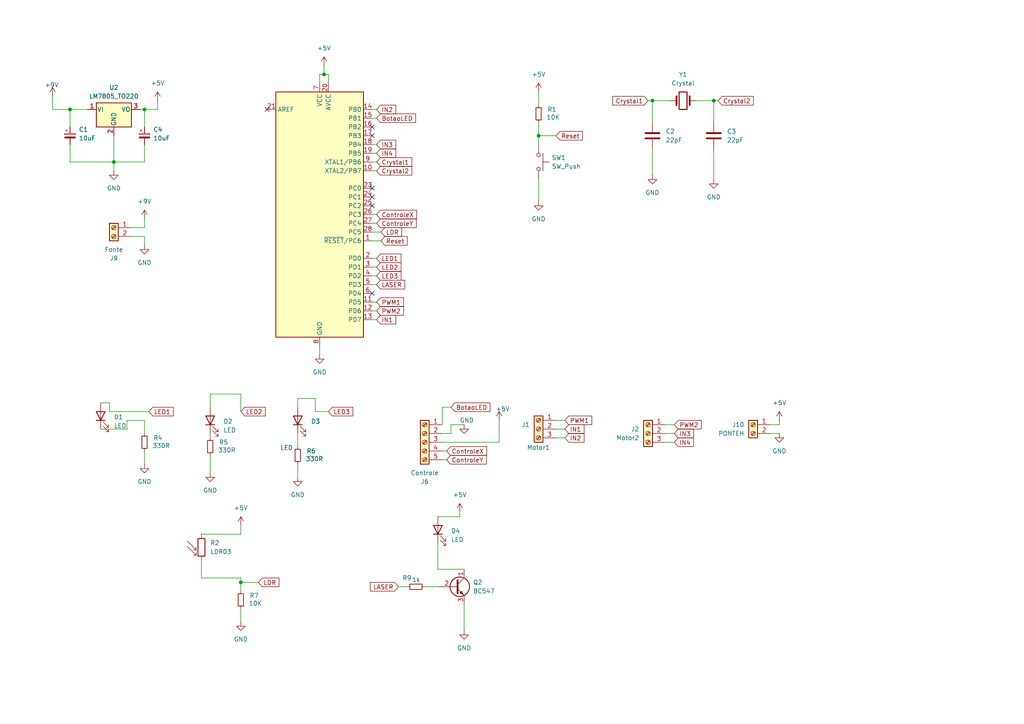
<source format=kicad_sch>
(kicad_sch (version 20231120) (generator "eeschema") (generator_version "8.0")
  (paper "A4")
  (lib_symbols
    (symbol "Connector:Screw_Terminal_01x02" (pin_names (offset 1.016) hide)
      (property "Reference" "J" (at 0 2.54 0))
      (property "Value" "Screw_Terminal_01x02" (at 0 -5.08 0))
      (symbol "Screw_Terminal_01x02_1_1"
        (rectangle (start -1.27 1.27) (end 1.27 -3.81) (stroke (width 0.254)) (fill (type background)))
        (circle (center 0 -2.54) (radius 0.635) (stroke (width 0.1524)))
        (polyline (pts (xy -0.5334 -2.2098) (xy 0.3302 -3.048)) (stroke (width 0.1524)))
        (polyline (pts (xy -0.5334 0.3302) (xy 0.3302 -0.508)) (stroke (width 0.1524)))
        (polyline (pts (xy -0.3556 -2.032) (xy 0.508 -2.8702)) (stroke (width 0.1524)))
        (polyline (pts (xy -0.3556 0.508) (xy 0.508 -0.3302)) (stroke (width 0.1524)))
        (circle (center 0 0) (radius 0.635) (stroke (width 0.1524)))
        (pin passive line (at -5.08 0 0) (length 3.81) (name "Pin_1") (number "1"))
        (pin passive line (at -5.08 -2.54 0) (length 3.81) (name "Pin_2") (number "2"))
      )
    )
    (symbol "Connector:Screw_Terminal_01x03" (pin_names (offset 1.016) hide)
      (property "Reference" "J" (at 0 5.08 0))
      (property "Value" "Screw_Terminal_01x03" (at 0 -5.08 0))
      (symbol "Screw_Terminal_01x03_1_1"
        (rectangle (start -1.27 3.81) (end 1.27 -3.81) (stroke (width 0.254)) (fill (type background)))
        (circle (center 0 -2.54) (radius 0.635) (stroke (width 0.1524)))
        (polyline (pts (xy -0.5334 -2.2098) (xy 0.3302 -3.048)) (stroke (width 0.1524)))
        (polyline (pts (xy -0.5334 0.3302) (xy 0.3302 -0.508)) (stroke (width 0.1524)))
        (polyline (pts (xy -0.5334 2.8702) (xy 0.3302 2.032)) (stroke (width 0.1524)))
        (polyline (pts (xy -0.3556 -2.032) (xy 0.508 -2.8702)) (stroke (width 0.1524)))
        (polyline (pts (xy -0.3556 0.508) (xy 0.508 -0.3302)) (stroke (width 0.1524)))
        (polyline (pts (xy -0.3556 3.048) (xy 0.508 2.2098)) (stroke (width 0.1524)))
        (circle (center 0 0) (radius 0.635) (stroke (width 0.1524)))
        (circle (center 0 2.54) (radius 0.635) (stroke (width 0.1524)))
        (pin passive line (at -5.08 2.54 0) (length 3.81) (name "Pin_1") (number "1"))
        (pin passive line (at -5.08 0 0) (length 3.81) (name "Pin_2") (number "2"))
        (pin passive line (at -5.08 -2.54 0) (length 3.81) (name "Pin_3") (number "3"))
      )
    )
    (symbol "Connector:Screw_Terminal_01x05" (pin_names (offset 1.016) hide)
      (property "Reference" "J" (at 0 7.62 0))
      (property "Value" "Screw_Terminal_01x05" (at 0 -7.62 0))
      (symbol "Screw_Terminal_01x05_1_1"
        (rectangle (start -1.27 6.35) (end 1.27 -6.35) (stroke (width 0.254)) (fill (type background)))
        (circle (center 0 -5.08) (radius 0.635) (stroke (width 0.1524)))
        (circle (center 0 -2.54) (radius 0.635) (stroke (width 0.1524)))
        (polyline (pts (xy -0.5334 -4.7498) (xy 0.3302 -5.588)) (stroke (width 0.1524)))
        (polyline (pts (xy -0.5334 -2.2098) (xy 0.3302 -3.048)) (stroke (width 0.1524)))
        (polyline (pts (xy -0.5334 0.3302) (xy 0.3302 -0.508)) (stroke (width 0.1524)))
        (polyline (pts (xy -0.5334 2.8702) (xy 0.3302 2.032)) (stroke (width 0.1524)))
        (polyline (pts (xy -0.5334 5.4102) (xy 0.3302 4.572)) (stroke (width 0.1524)))
        (polyline (pts (xy -0.3556 -4.572) (xy 0.508 -5.4102)) (stroke (width 0.1524)))
        (polyline (pts (xy -0.3556 -2.032) (xy 0.508 -2.8702)) (stroke (width 0.1524)))
        (polyline (pts (xy -0.3556 0.508) (xy 0.508 -0.3302)) (stroke (width 0.1524)))
        (polyline (pts (xy -0.3556 3.048) (xy 0.508 2.2098)) (stroke (width 0.1524)))
        (polyline (pts (xy -0.3556 5.588) (xy 0.508 4.7498)) (stroke (width 0.1524)))
        (circle (center 0 0) (radius 0.635) (stroke (width 0.1524)))
        (circle (center 0 2.54) (radius 0.635) (stroke (width 0.1524)))
        (circle (center 0 5.08) (radius 0.635) (stroke (width 0.1524)))
        (pin passive line (at -5.08 5.08 0) (length 3.81) (name "Pin_1") (number "1"))
        (pin passive line (at -5.08 2.54 0) (length 3.81) (name "Pin_2") (number "2"))
        (pin passive line (at -5.08 0 0) (length 3.81) (name "Pin_3") (number "3"))
        (pin passive line (at -5.08 -2.54 0) (length 3.81) (name "Pin_4") (number "4"))
        (pin passive line (at -5.08 -5.08 0) (length 3.81) (name "Pin_5") (number "5"))
      )
    )
    (symbol "Device:C" (pin_numbers hide) (pin_names (offset 0.254))
      (property "Reference" "C" (at 0.635 2.54 0))
      (property "Value" "C" (at 0.635 -2.54 0))
      (symbol "C_0_1"
        (polyline (pts (xy -2.032 -0.762) (xy 2.032 -0.762)) (stroke (width 0.508)))
        (polyline (pts (xy -2.032 0.762) (xy 2.032 0.762)) (stroke (width 0.508)))
      )
      (symbol "C_1_1"
        (pin passive line (at 0 3.81 270) (length 2.794) (name "~") (number "1"))
        (pin passive line (at 0 -3.81 90) (length 2.794) (name "~") (number "2"))
      )
    )
    (symbol "Device:C_Polarized_Small" (pin_numbers hide) (pin_names (offset 0.254) hide)
      (property "Reference" "C" (at 0.254 1.778 0))
      (property "Value" "C_Polarized_Small" (at 0.254 -2.032 0))
      (symbol "C_Polarized_Small_0_1"
        (rectangle (start -1.524 -0.3048) (end 1.524 -0.6858) (fill (type outline)))
        (rectangle (start -1.524 0.6858) (end 1.524 0.3048))
        (polyline (pts (xy -1.27 1.524) (xy -0.762 1.524)))
        (polyline (pts (xy -1.016 1.27) (xy -1.016 1.778)))
      )
      (symbol "C_Polarized_Small_1_1"
        (pin passive line (at 0 2.54 270) (length 1.8542) (name "~") (number "1"))
        (pin passive line (at 0 -2.54 90) (length 1.8542) (name "~") (number "2"))
      )
    )
    (symbol "Device:Crystal" (pin_numbers hide) (pin_names (offset 1.016) hide)
      (property "Reference" "Y" (at 0 3.81 0))
      (property "Value" "Crystal" (at 0 -3.81 0))
      (symbol "Crystal_0_1"
        (rectangle (start -1.143 2.54) (end 1.143 -2.54) (stroke (width 0.3048)))
        (polyline (pts (xy -2.54 0) (xy -1.905 0)))
        (polyline (pts (xy -1.905 -1.27) (xy -1.905 1.27)) (stroke (width 0.508)))
        (polyline (pts (xy 1.905 -1.27) (xy 1.905 1.27)) (stroke (width 0.508)))
        (polyline (pts (xy 2.54 0) (xy 1.905 0)))
      )
      (symbol "Crystal_1_1"
        (pin passive line (at -3.81 0 0) (length 1.27) (name "1") (number "1"))
        (pin passive line (at 3.81 0 180) (length 1.27) (name "2") (number "2"))
      )
    )
    (symbol "Device:LED" (pin_numbers hide) (pin_names (offset 1.016) hide)
      (property "Reference" "D" (at 0 2.54 0))
      (property "Value" "LED" (at 0 -2.54 0))
      (symbol "LED_0_1"
        (polyline (pts (xy -1.27 -1.27) (xy -1.27 1.27)) (stroke (width 0.254)))
        (polyline (pts (xy -1.27 0) (xy 1.27 0)))
        (polyline (pts (xy 1.27 -1.27) (xy 1.27 1.27) (xy -1.27 0) (xy 1.27 -1.27)) (stroke (width 0.254)))
        (polyline (pts (xy -3.048 -0.762) (xy -4.572 -2.286) (xy -3.81 -2.286) (xy -4.572 -2.286) (xy -4.572 -1.524)))
        (polyline (pts (xy -1.778 -0.762) (xy -3.302 -2.286) (xy -2.54 -2.286) (xy -3.302 -2.286) (xy -3.302 -1.524)))
      )
      (symbol "LED_1_1"
        (pin passive line (at -3.81 0 0) (length 2.54) (name "K") (number "1"))
        (pin passive line (at 3.81 0 180) (length 2.54) (name "A") (number "2"))
      )
    )
    (symbol "Device:R_Small" (pin_numbers hide) (pin_names (offset 0.254) hide)
      (property "Reference" "R" (at 0.762 0.508 0))
      (property "Value" "R_Small" (at 0.762 -1.016 0))
      (symbol "R_Small_0_1"
        (rectangle (start -0.762 1.778) (end 0.762 -1.778) (stroke (width 0.2032)))
      )
      (symbol "R_Small_1_1"
        (pin passive line (at 0 2.54 270) (length 0.762) (name "~") (number "1"))
        (pin passive line (at 0 -2.54 90) (length 0.762) (name "~") (number "2"))
      )
    )
    (symbol "MCU_Microchip_ATmega:ATmega328P-P"
      (property "Reference" "U" (at -12.7 36.83 0))
      (property "Value" "ATmega328P-P" (at 2.54 -36.83 0))
      (symbol "ATmega328P-P_0_1"
        (rectangle (start -12.7 -35.56) (end 12.7 35.56) (stroke (width 0.254)) (fill (type background)))
      )
      (symbol "ATmega328P-P_1_1"
        (pin bidirectional line (at 15.24 -7.62 180) (length 2.54) (name "~{RESET}/PC6") (number "1"))
        (pin bidirectional line (at 15.24 12.7 180) (length 2.54) (name "XTAL2/PB7") (number "10"))
        (pin bidirectional line (at 15.24 -25.4 180) (length 2.54) (name "PD5") (number "11"))
        (pin bidirectional line (at 15.24 -27.94 180) (length 2.54) (name "PD6") (number "12"))
        (pin bidirectional line (at 15.24 -30.48 180) (length 2.54) (name "PD7") (number "13"))
        (pin bidirectional line (at 15.24 30.48 180) (length 2.54) (name "PB0") (number "14"))
        (pin bidirectional line (at 15.24 27.94 180) (length 2.54) (name "PB1") (number "15"))
        (pin bidirectional line (at 15.24 25.4 180) (length 2.54) (name "PB2") (number "16"))
        (pin bidirectional line (at 15.24 22.86 180) (length 2.54) (name "PB3") (number "17"))
        (pin bidirectional line (at 15.24 20.32 180) (length 2.54) (name "PB4") (number "18"))
        (pin bidirectional line (at 15.24 17.78 180) (length 2.54) (name "PB5") (number "19"))
        (pin bidirectional line (at 15.24 -12.7 180) (length 2.54) (name "PD0") (number "2"))
        (pin power_in line (at 2.54 38.1 270) (length 2.54) (name "AVCC") (number "20"))
        (pin passive line (at -15.24 30.48 0) (length 2.54) (name "AREF") (number "21"))
        (pin passive line (at 0 -38.1 90) (length 2.54) hide (name "GND") (number "22"))
        (pin bidirectional line (at 15.24 7.62 180) (length 2.54) (name "PC0") (number "23"))
        (pin bidirectional line (at 15.24 5.08 180) (length 2.54) (name "PC1") (number "24"))
        (pin bidirectional line (at 15.24 2.54 180) (length 2.54) (name "PC2") (number "25"))
        (pin bidirectional line (at 15.24 0 180) (length 2.54) (name "PC3") (number "26"))
        (pin bidirectional line (at 15.24 -2.54 180) (length 2.54) (name "PC4") (number "27"))
        (pin bidirectional line (at 15.24 -5.08 180) (length 2.54) (name "PC5") (number "28"))
        (pin bidirectional line (at 15.24 -15.24 180) (length 2.54) (name "PD1") (number "3"))
        (pin bidirectional line (at 15.24 -17.78 180) (length 2.54) (name "PD2") (number "4"))
        (pin bidirectional line (at 15.24 -20.32 180) (length 2.54) (name "PD3") (number "5"))
        (pin bidirectional line (at 15.24 -22.86 180) (length 2.54) (name "PD4") (number "6"))
        (pin power_in line (at 0 38.1 270) (length 2.54) (name "VCC") (number "7"))
        (pin power_in line (at 0 -38.1 90) (length 2.54) (name "GND") (number "8"))
        (pin bidirectional line (at 15.24 15.24 180) (length 2.54) (name "XTAL1/PB6") (number "9"))
      )
    )
    (symbol "Regulator_Linear:LM7805_TO220" (pin_names (offset 0.254))
      (property "Reference" "U" (at -3.81 3.175 0))
      (property "Value" "LM7805_TO220" (at 0 3.175 0))
      (symbol "LM7805_TO220_0_1"
        (rectangle (start -5.08 1.905) (end 5.08 -5.08) (stroke (width 0.254)) (fill (type background)))
      )
      (symbol "LM7805_TO220_1_1"
        (pin power_in line (at -7.62 0 0) (length 2.54) (name "VI") (number "1"))
        (pin power_in line (at 0 -7.62 90) (length 2.54) (name "GND") (number "2"))
        (pin power_out line (at 7.62 0 180) (length 2.54) (name "VO") (number "3"))
      )
    )
    (symbol "Sensor_Optical:LDR03" (pin_numbers hide) (pin_names (offset 0))
      (property "Reference" "R" (at -5.08 0 90))
      (property "Value" "LDR03" (at 1.905 0 90))
      (symbol "LDR03_0_1"
        (rectangle (start -1.016 2.54) (end 1.016 -2.54) (stroke (width 0.254)))
        (polyline (pts (xy -1.524 -2.286) (xy -4.064 0.254)))
        (polyline (pts (xy -1.524 -2.286) (xy -2.286 -2.286)))
        (polyline (pts (xy -1.524 -2.286) (xy -1.524 -1.524)))
        (polyline (pts (xy -1.524 -0.762) (xy -4.064 1.778)))
        (polyline (pts (xy -1.524 -0.762) (xy -2.286 -0.762)))
        (polyline (pts (xy -1.524 -0.762) (xy -1.524 0)))
      )
      (symbol "LDR03_1_1"
        (pin passive line (at 0 3.81 270) (length 1.27) (name "~") (number "1"))
        (pin passive line (at 0 -3.81 90) (length 1.27) (name "~") (number "2"))
      )
    )
    (symbol "Switch:SW_Push" (pin_numbers hide) (pin_names (offset 1.016) hide)
      (property "Reference" "SW" (at 1.27 2.54 0))
      (property "Value" "SW_Push" (at 0 -1.524 0))
      (symbol "SW_Push_0_1"
        (circle (center -2.032 0) (radius 0.508))
        (polyline (pts (xy 0 1.27) (xy 0 3.048)))
        (polyline (pts (xy 2.54 1.27) (xy -2.54 1.27)))
        (circle (center 2.032 0) (radius 0.508))
        (pin passive line (at -5.08 0 0) (length 2.54) (name "1") (number "1"))
        (pin passive line (at 5.08 0 180) (length 2.54) (name "2") (number "2"))
      )
    )
    (symbol "Transistor_BJT:BC547" (pin_names (offset 0) hide)
      (property "Reference" "Q" (at 5.08 1.905 0))
      (property "Value" "BC547" (at 5.08 0 0))
      (symbol "BC547_0_1"
        (polyline (pts (xy 0 0) (xy 0.635 0)))
        (polyline (pts (xy 0.635 0.635) (xy 2.54 2.54)))
        (polyline (pts (xy 0.635 -0.635) (xy 2.54 -2.54) (xy 2.54 -2.54)))
        (polyline (pts (xy 0.635 1.905) (xy 0.635 -1.905) (xy 0.635 -1.905)) (stroke (width 0.508)))
        (polyline (pts (xy 1.27 -1.778) (xy 1.778 -1.27) (xy 2.286 -2.286) (xy 1.27 -1.778) (xy 1.27 -1.778)) (fill (type outline)))
        (circle (center 1.27 0) (radius 2.8194) (stroke (width 0.254)))
      )
      (symbol "BC547_1_1"
        (pin passive line (at 2.54 5.08 270) (length 2.54) (name "C") (number "1"))
        (pin input line (at -5.08 0 0) (length 5.08) (name "B") (number "2"))
        (pin passive line (at 2.54 -5.08 90) (length 2.54) (name "E") (number "3"))
      )
    )
    (symbol "power:+5V" (power) (pin_numbers hide) (pin_names (offset 0) hide)
      (property "Value" "+5V" (at 0 3.556 0))
      (symbol "+5V_0_1"
        (polyline (pts (xy -0.762 1.27) (xy 0 2.54)))
        (polyline (pts (xy 0 0) (xy 0 2.54)))
        (polyline (pts (xy 0 2.54) (xy 0.762 1.27)))
      )
      (symbol "+5V_1_1"
        (pin power_in line (at 0 0 90) (length 0) (name "~") (number "1"))
      )
    )
    (symbol "power:+9V" (power) (pin_numbers hide) (pin_names (offset 0) hide)
      (property "Value" "+9V" (at 0 3.556 0))
      (symbol "+9V_0_1"
        (polyline (pts (xy -0.762 1.27) (xy 0 2.54)))
        (polyline (pts (xy 0 0) (xy 0 2.54)))
        (polyline (pts (xy 0 2.54) (xy 0.762 1.27)))
      )
      (symbol "+9V_1_1"
        (pin power_in line (at 0 0 90) (length 0) (name "~") (number "1"))
      )
    )
    (symbol "power:GND" (power) (pin_numbers hide) (pin_names (offset 0) hide)
      (property "Value" "GND" (at 0 -3.81 0))
      (symbol "GND_0_1"
        (polyline (pts (xy 0 0) (xy 0 -1.27) (xy 1.27 -1.27) (xy 0 -2.54) (xy -1.27 -1.27) (xy 0 -1.27)))
      )
      (symbol "GND_1_1"
        (pin power_in line (at 0 0 270) (length 0) (name "~") (number "1"))
      )
    )
  )
  (junction (at 93.98 21.59))
  (junction (at 33.02 46.99))
  (junction (at 189.23 29.21))
  (junction (at 41.91 31.75))
  (junction (at 207.01 29.21))
  (junction (at 69.85 168.91))
  (junction (at 156.21 39.37))
  (junction (at 20.32 31.75))
  (no_connect (at 107.95 36.83))
  (no_connect (at 107.95 54.61))
  (no_connect (at 107.95 85.09))
  (no_connect (at 107.95 39.37))
  (no_connect (at 107.95 59.69))
  (no_connect (at 77.47 31.75))
  (no_connect (at 107.95 57.15))
  (wire (pts (xy 69.85 167.64) (xy 69.85 168.91)))
  (wire (pts (xy 107.95 69.85) (xy 110.49 69.85)))
  (wire (pts (xy 107.95 41.91) (xy 109.22 41.91)))
  (wire (pts (xy 161.29 127) (xy 163.83 127)))
  (wire (pts (xy 156.21 35.56) (xy 156.21 39.37)))
  (wire (pts (xy 20.32 31.75) (xy 25.4 31.75)))
  (wire (pts (xy 41.91 46.99) (xy 41.91 41.91)))
  (wire (pts (xy 123.19 170.18) (xy 127 170.18)))
  (wire (pts (xy 93.98 21.59) (xy 92.71 21.59)))
  (wire (pts (xy 69.85 114.3) (xy 60.96 114.3)))
  (wire (pts (xy 207.01 43.18) (xy 207.01 52.07)))
  (wire (pts (xy 41.91 121.92) (xy 41.91 125.73)))
  (wire (pts (xy 33.02 46.99) (xy 20.32 46.99)))
  (wire (pts (xy 107.95 31.75) (xy 109.22 31.75)))
  (wire (pts (xy 223.52 123.19) (xy 226.06 123.19)))
  (wire (pts (xy 41.91 31.75) (xy 45.72 31.75)))
  (wire (pts (xy 86.36 115.57) (xy 86.36 118.11)))
  (wire (pts (xy 130.81 123.19) (xy 134.62 123.19)))
  (wire (pts (xy 127 165.1) (xy 127 157.48)))
  (wire (pts (xy 69.85 154.94) (xy 69.85 152.4)))
  (wire (pts (xy 31.75 116.84) (xy 29.21 116.84)))
  (wire (pts (xy 36.83 121.92) (xy 41.91 121.92)))
  (wire (pts (xy 38.1 68.58) (xy 41.91 68.58)))
  (wire (pts (xy 69.85 168.91) (xy 74.93 168.91)))
  (wire (pts (xy 41.91 31.75) (xy 40.64 31.75)))
  (wire (pts (xy 107.95 74.93) (xy 109.22 74.93)))
  (wire (pts (xy 201.93 29.21) (xy 207.01 29.21)))
  (wire (pts (xy 189.23 29.21) (xy 194.31 29.21)))
  (wire (pts (xy 107.95 82.55) (xy 109.22 82.55)))
  (wire (pts (xy 161.29 121.92) (xy 163.83 121.92)))
  (wire (pts (xy 95.25 24.13) (xy 95.25 21.59)))
  (wire (pts (xy 128.27 130.81) (xy 129.54 130.81)))
  (wire (pts (xy 127 149.86) (xy 133.35 149.86)))
  (wire (pts (xy 69.85 119.38) (xy 69.85 114.3)))
  (wire (pts (xy 107.95 87.63) (xy 109.22 87.63)))
  (wire (pts (xy 33.02 46.99) (xy 41.91 46.99)))
  (wire (pts (xy 130.81 125.73) (xy 130.81 123.19)))
  (wire (pts (xy 193.04 125.73) (xy 195.58 125.73)))
  (wire (pts (xy 128.27 125.73) (xy 130.81 125.73)))
  (wire (pts (xy 223.52 125.73) (xy 226.06 125.73)))
  (wire (pts (xy 60.96 125.73) (xy 60.96 127)))
  (wire (pts (xy 33.02 39.37) (xy 33.02 46.99)))
  (wire (pts (xy 29.21 124.46) (xy 36.83 124.46)))
  (wire (pts (xy 15.24 27.94) (xy 15.24 31.75)))
  (wire (pts (xy 193.04 128.27) (xy 195.58 128.27)))
  (wire (pts (xy 92.71 100.33) (xy 92.71 102.87)))
  (wire (pts (xy 107.95 44.45) (xy 109.22 44.45)))
  (wire (pts (xy 107.95 49.53) (xy 109.22 49.53)))
  (wire (pts (xy 58.42 154.94) (xy 69.85 154.94)))
  (wire (pts (xy 69.85 168.91) (xy 69.85 171.45)))
  (wire (pts (xy 156.21 39.37) (xy 156.21 41.91)))
  (wire (pts (xy 69.85 167.64) (xy 58.42 167.64)))
  (wire (pts (xy 107.95 34.29) (xy 109.22 34.29)))
  (wire (pts (xy 36.83 124.46) (xy 36.83 121.92)))
  (wire (pts (xy 91.44 119.38) (xy 95.25 119.38)))
  (wire (pts (xy 69.85 176.53) (xy 69.85 180.34)))
  (wire (pts (xy 41.91 36.83) (xy 41.91 31.75)))
  (wire (pts (xy 189.23 35.56) (xy 189.23 29.21)))
  (wire (pts (xy 95.25 21.59) (xy 93.98 21.59)))
  (wire (pts (xy 189.23 43.18) (xy 189.23 50.8)))
  (wire (pts (xy 128.27 118.11) (xy 128.27 123.19)))
  (wire (pts (xy 58.42 167.64) (xy 58.42 162.56)))
  (wire (pts (xy 45.72 31.75) (xy 45.72 29.21)))
  (wire (pts (xy 31.75 119.38) (xy 31.75 116.84)))
  (wire (pts (xy 38.1 66.04) (xy 41.91 66.04)))
  (wire (pts (xy 33.02 46.99) (xy 33.02 49.53)))
  (wire (pts (xy 207.01 29.21) (xy 207.01 35.56)))
  (wire (pts (xy 133.35 149.86) (xy 133.35 148.59)))
  (wire (pts (xy 107.95 80.01) (xy 109.22 80.01)))
  (wire (pts (xy 207.01 29.21) (xy 208.28 29.21)))
  (wire (pts (xy 107.95 92.71) (xy 109.22 92.71)))
  (wire (pts (xy 156.21 39.37) (xy 161.29 39.37)))
  (wire (pts (xy 60.96 132.08) (xy 60.96 137.16)))
  (wire (pts (xy 134.62 175.26) (xy 134.62 182.88)))
  (wire (pts (xy 128.27 118.11) (xy 130.81 118.11)))
  (wire (pts (xy 107.95 46.99) (xy 109.22 46.99)))
  (wire (pts (xy 31.75 119.38) (xy 43.18 119.38)))
  (wire (pts (xy 156.21 52.07) (xy 156.21 58.42)))
  (wire (pts (xy 107.95 62.23) (xy 109.22 62.23)))
  (wire (pts (xy 93.98 19.05) (xy 93.98 21.59)))
  (wire (pts (xy 15.24 31.75) (xy 20.32 31.75)))
  (wire (pts (xy 41.91 68.58) (xy 41.91 71.12)))
  (wire (pts (xy 107.95 90.17) (xy 109.22 90.17)))
  (wire (pts (xy 134.62 165.1) (xy 127 165.1)))
  (wire (pts (xy 41.91 130.81) (xy 41.91 134.62)))
  (wire (pts (xy 226.06 123.19) (xy 226.06 121.92)))
  (wire (pts (xy 91.44 119.38) (xy 91.44 115.57)))
  (wire (pts (xy 20.32 46.99) (xy 20.32 41.91)))
  (wire (pts (xy 86.36 134.62) (xy 86.36 138.43)))
  (wire (pts (xy 128.27 128.27) (xy 144.78 128.27)))
  (wire (pts (xy 156.21 26.67) (xy 156.21 30.48)))
  (wire (pts (xy 107.95 67.31) (xy 110.49 67.31)))
  (wire (pts (xy 115.57 170.18) (xy 118.11 170.18)))
  (wire (pts (xy 107.95 77.47) (xy 109.22 77.47)))
  (wire (pts (xy 91.44 115.57) (xy 86.36 115.57)))
  (wire (pts (xy 20.32 36.83) (xy 20.32 31.75)))
  (wire (pts (xy 193.04 123.19) (xy 195.58 123.19)))
  (wire (pts (xy 41.91 66.04) (xy 41.91 63.5)))
  (wire (pts (xy 107.95 64.77) (xy 109.22 64.77)))
  (wire (pts (xy 60.96 114.3) (xy 60.96 118.11)))
  (wire (pts (xy 144.78 128.27) (xy 144.78 121.92)))
  (wire (pts (xy 161.29 124.46) (xy 163.83 124.46)))
  (wire (pts (xy 92.71 21.59) (xy 92.71 24.13)))
  (wire (pts (xy 128.27 133.35) (xy 129.54 133.35)))
  (wire (pts (xy 187.96 29.21) (xy 189.23 29.21)))
  (wire (pts (xy 86.36 125.73) (xy 86.36 129.54)))
  (global_label "LED2" (shape input) (at 69.85 119.38 0) (property "Intersheetrefs" "${INTERSHEET_REFS}" (effects (hide yes))))
  (global_label "LED3" (shape input) (at 109.22 80.01 0) (property "Intersheetrefs" "${INTERSHEET_REFS}" (effects (hide yes))))
  (global_label "IN3" (shape input) (at 109.22 41.91 0) (property "Intersheetrefs" "${INTERSHEET_REFS}" (effects (hide yes))))
  (global_label "IN3" (shape input) (at 195.58 125.73 0) (property "Intersheetrefs" "${INTERSHEET_REFS}" (effects (hide yes))))
  (global_label "Reset" (shape input) (at 110.49 69.85 0) (property "Intersheetrefs" "${INTERSHEET_REFS}" (effects (hide yes))))
  (global_label "LASER" (shape input) (at 109.22 82.55 0) (property "Intersheetrefs" "${INTERSHEET_REFS}" (effects (hide yes))))
  (global_label "ControleX" (shape input) (at 109.22 62.23 0) (property "Intersheetrefs" "${INTERSHEET_REFS}" (effects (hide yes))))
  (global_label "LDR" (shape input) (at 110.49 67.31 0) (property "Intersheetrefs" "${INTERSHEET_REFS}" (effects (hide yes))))
  (global_label "LED1" (shape input) (at 43.18 119.38 0) (property "Intersheetrefs" "${INTERSHEET_REFS}" (effects (hide yes))))
  (global_label "Crystal1" (shape input) (at 187.96 29.21 180) (property "Intersheetrefs" "${INTERSHEET_REFS}" (effects (hide yes))))
  (global_label "Crystal2" (shape input) (at 208.28 29.21 0) (property "Intersheetrefs" "${INTERSHEET_REFS}" (effects (hide yes))))
  (global_label "Crystal2" (shape input) (at 109.22 49.53 0) (property "Intersheetrefs" "${INTERSHEET_REFS}" (effects (hide yes))))
  (global_label "LED3" (shape input) (at 95.25 119.38 0) (property "Intersheetrefs" "${INTERSHEET_REFS}" (effects (hide yes))))
  (global_label "IN1" (shape input) (at 109.22 92.71 0) (property "Intersheetrefs" "${INTERSHEET_REFS}" (effects (hide yes))))
  (global_label "PWM1" (shape input) (at 163.83 121.92 0) (property "Intersheetrefs" "${INTERSHEET_REFS}" (effects (hide yes))))
  (global_label "LED1" (shape input) (at 109.22 74.93 0) (property "Intersheetrefs" "${INTERSHEET_REFS}" (effects (hide yes))))
  (global_label "Reset" (shape input) (at 161.29 39.37 0) (property "Intersheetrefs" "${INTERSHEET_REFS}" (effects (hide yes))))
  (global_label "LED2" (shape input) (at 109.22 77.47 0) (property "Intersheetrefs" "${INTERSHEET_REFS}" (effects (hide yes))))
  (global_label "LASER" (shape input) (at 115.57 170.18 180) (property "Intersheetrefs" "${INTERSHEET_REFS}" (effects (hide yes))))
  (global_label "IN4" (shape input) (at 109.22 44.45 0) (property "Intersheetrefs" "${INTERSHEET_REFS}" (effects (hide yes))))
  (global_label "BotaoLED" (shape input) (at 109.22 34.29 0) (property "Intersheetrefs" "${INTERSHEET_REFS}" (effects (hide yes))))
  (global_label "ControleY" (shape input) (at 109.22 64.77 0) (property "Intersheetrefs" "${INTERSHEET_REFS}" (effects (hide yes))))
  (global_label "PWM2" (shape input) (at 195.58 123.19 0) (property "Intersheetrefs" "${INTERSHEET_REFS}" (effects (hide yes))))
  (global_label "PWM2" (shape input) (at 109.22 90.17 0) (property "Intersheetrefs" "${INTERSHEET_REFS}" (effects (hide yes))))
  (global_label "Crystal1" (shape input) (at 109.22 46.99 0) (property "Intersheetrefs" "${INTERSHEET_REFS}" (effects (hide yes))))
  (global_label "IN2" (shape input) (at 109.22 31.75 0) (property "Intersheetrefs" "${INTERSHEET_REFS}" (effects (hide yes))))
  (global_label "LDR" (shape input) (at 74.93 168.91 0) (property "Intersheetrefs" "${INTERSHEET_REFS}" (effects (hide yes))))
  (global_label "ControleX" (shape input) (at 129.54 130.81 0) (property "Intersheetrefs" "${INTERSHEET_REFS}" (effects (hide yes))))
  (global_label "IN1" (shape input) (at 163.83 124.46 0) (property "Intersheetrefs" "${INTERSHEET_REFS}" (effects (hide yes))))
  (global_label "BotaoLED" (shape input) (at 130.81 118.11 0) (property "Intersheetrefs" "${INTERSHEET_REFS}" (effects (hide yes))))
  (global_label "PWM1" (shape input) (at 109.22 87.63 0) (property "Intersheetrefs" "${INTERSHEET_REFS}" (effects (hide yes))))
  (global_label "IN4" (shape input) (at 195.58 128.27 0) (property "Intersheetrefs" "${INTERSHEET_REFS}" (effects (hide yes))))
  (global_label "IN2" (shape input) (at 163.83 127 0) (property "Intersheetrefs" "${INTERSHEET_REFS}" (effects (hide yes))))
  (global_label "ControleY" (shape input) (at 129.54 133.35 0) (property "Intersheetrefs" "${INTERSHEET_REFS}" (effects (hide yes))))
  (symbol (lib_id "power:GND") (at 134.62 182.88 0) (unit 1)
    (property "Reference" "#PWR028" (effects (hide yes)))
    (property "Value" "GND" (at 134.62 187.96 0))
    (property "Description" "Power symbol creates a global label with name \"GND\" , ground" (effects (hide yes)))
  )
  (symbol (lib_id "power:GND") (at 60.96 137.16 0) (unit 1)
    (property "Reference" "#PWR020" (effects (hide yes)))
    (property "Value" "GND" (at 60.96 142.24 0))
    (property "Description" "Power symbol creates a global label with name \"GND\" , ground" (effects (hide yes)))
  )
  (symbol (lib_id "Regulator_Linear:LM7805_TO220") (at 33.02 31.75 0) (unit 1)
    (property "Reference" "U2" (at 33.02 25.4 0))
    (property "Value" "LM7805_TO220" (at 33.02 27.94 0))
    (property "Footprint" "Package_TO_SOT_THT:TO-220-3_Vertical" (effects (hide yes)))
    (property "Datasheet" "https://www.onsemi.cn/PowerSolutions/document/MC7800-D.PDF" (effects (hide yes)))
    (property "Description" "Positive 1A 35V Linear Regulator, Fixed Output 5V, TO-220" (effects (hide yes)))
  )
  (symbol (lib_id "Connector:Screw_Terminal_01x05") (at 123.19 128.27 0) (mirror y) (unit 1)
    (property "Reference" "J6" (at 123.19 139.7 0))
    (property "Value" "Controle" (at 123.19 137.16 0))
    (property "Footprint" "TerminalBlock:TerminalBlock_bornier-5_P5.08mm" (effects (hide yes)))
    (property "Description" "Generic screw terminal, single row, 01x05, script generated (kicad-library-utils/schlib/autogen/connector/)" (effects (hide yes)))
  )
  (symbol (lib_id "power:GND") (at 189.23 50.8 0) (unit 1)
    (property "Reference" "#PWR05" (effects (hide yes)))
    (property "Value" "GND" (at 189.23 55.88 0))
    (property "Description" "Power symbol creates a global label with name \"GND\" , ground" (effects (hide yes)))
  )
  (symbol (lib_id "MCU_Microchip_ATmega:ATmega328P-P") (at 92.71 62.23 0) (unit 1)
    (property "Reference" "U1" (effects (hide yes)))
    (property "Value" "ATmega328P-P" (effects (hide yes)))
    (property "Footprint" "Package_DIP:DIP-28_W7.62mm_Socket" (effects (hide yes)))
    (property "Datasheet" "http://ww1.microchip.com/downloads/en/DeviceDoc/ATmega328_P%20AVR%20MCU%20with%20picoPower%20Technology%20Data%20Sheet%2040001984A.pdf" (effects (hide yes)))
    (property "Description" "20MHz, 32kB Flash, 2kB SRAM, 1kB EEPROM, DIP-28" (effects (hide yes)))
  )
  (symbol (lib_id "power:GND") (at 41.91 71.12 0) (unit 1)
    (property "Reference" "#PWR015" (effects (hide yes)))
    (property "Value" "GND" (at 41.91 76.2 0))
    (property "Description" "Power symbol creates a global label with name \"GND\" , ground" (effects (hide yes)))
  )
  (symbol (lib_id "power:GND") (at 207.01 52.07 0) (unit 1)
    (property "Reference" "#PWR06" (effects (hide yes)))
    (property "Value" "GND" (at 207.01 57.15 0))
    (property "Description" "Power symbol creates a global label with name \"GND\" , ground" (effects (hide yes)))
  )
  (symbol (lib_id "Transistor_BJT:BC547") (at 132.08 170.18 0) (unit 1)
    (property "Reference" "Q2" (at 137.16 168.9099 0) (effects (justify left)))
    (property "Value" "BC547" (at 137.16 171.4499 0) (effects (justify left)))
    (property "Footprint" "Package_TO_SOT_THT:TO-92_Inline" (effects (hide yes)))
    (property "Datasheet" "https://www.onsemi.com/pub/Collateral/BC550-D.pdf" (effects (hide yes)))
    (property "Description" "0.1A Ic, 45V Vce, Small Signal NPN Transistor, TO-92" (effects (hide yes)))
  )
  (symbol (lib_id "Device:LED") (at 60.96 121.92 90) (unit 1)
    (property "Reference" "D2" (at 64.77 122.2374 90) (effects (justify right)))
    (property "Value" "LED" (at 64.77 124.7774 90) (effects (justify right)))
    (property "Footprint" "LED_THT:LED_D3.0mm" (effects (hide yes)))
    (property "Description" "Light emitting diode" (effects (hide yes)))
  )
  (symbol (lib_id "Device:LED") (at 29.21 120.65 90) (unit 1)
    (property "Reference" "D1" (at 33.02 120.9674 90) (effects (justify right)))
    (property "Value" "LED" (at 33.02 123.5074 90) (effects (justify right)))
    (property "Footprint" "LED_THT:LED_D3.0mm" (effects (hide yes)))
    (property "Description" "Light emitting diode" (effects (hide yes)))
  )
  (symbol (lib_id "power:+9V") (at 15.24 27.94 0) (unit 1)
    (property "Reference" "#PWR07" (effects (hide yes)))
    (property "Value" "+9V" (at 14.986 24.638 0))
    (property "Description" "Power symbol creates a global label with name \"+9V\"" (effects (hide yes)))
  )
  (symbol (lib_id "power:+5V") (at 156.21 26.67 0) (unit 1)
    (property "Reference" "#PWR01" (effects (hide yes)))
    (property "Value" "+5V" (at 156.21 21.59 0))
    (property "Description" "Power symbol creates a global label with name \"+5V\"" (effects (hide yes)))
  )
  (symbol (lib_id "power:GND") (at 41.91 134.62 0) (unit 1)
    (property "Reference" "#PWR021" (effects (hide yes)))
    (property "Value" "GND" (at 41.91 139.7 0))
    (property "Description" "Power symbol creates a global label with name \"GND\" , ground" (effects (hide yes)))
  )
  (symbol (lib_id "power:GND") (at 69.85 180.34 0) (unit 1)
    (property "Reference" "#PWR022" (effects (hide yes)))
    (property "Value" "GND" (at 69.85 185.42 0))
    (property "Description" "Power symbol creates a global label with name \"GND\" , ground" (effects (hide yes)))
  )
  (symbol (lib_id "power:GND") (at 33.02 49.53 0) (unit 1)
    (property "Reference" "#PWR08" (effects (hide yes)))
    (property "Value" "GND" (at 33.02 54.61 0))
    (property "Description" "Power symbol creates a global label with name \"GND\" , ground" (effects (hide yes)))
  )
  (symbol (lib_id "power:GND") (at 226.06 125.73 0) (unit 1)
    (property "Reference" "#PWR011" (effects (hide yes)))
    (property "Value" "GND" (at 226.06 130.81 0))
    (property "Description" "Power symbol creates a global label with name \"GND\" , ground" (effects (hide yes)))
  )
  (symbol (lib_id "power:GND") (at 156.21 58.42 0) (unit 1)
    (property "Reference" "#PWR03" (effects (hide yes)))
    (property "Value" "GND" (at 156.21 63.5 0))
    (property "Description" "Power symbol creates a global label with name \"GND\" , ground" (effects (hide yes)))
  )
  (symbol (lib_id "Device:LED") (at 86.36 121.92 90) (unit 1)
    (property "Reference" "D3" (at 90.17 122.2374 90) (effects (justify right)))
    (property "Value" "LED" (at 81.28 129.8574 90) (effects (justify right)))
    (property "Footprint" "LED_THT:LED_D3.0mm" (effects (hide yes)))
    (property "Description" "Light emitting diode" (effects (hide yes)))
  )
  (symbol (lib_id "Connector:Screw_Terminal_01x02") (at 218.44 123.19 0) (mirror y) (unit 1)
    (property "Reference" "J10" (at 215.9 123.1899 0) (effects (justify left)))
    (property "Value" "PONTEH" (at 215.9 125.7299 0) (effects (justify left)))
    (property "Footprint" "TerminalBlock:TerminalBlock_bornier-2_P5.08mm" (effects (hide yes)))
    (property "Description" "Generic screw terminal, single row, 01x02, script generated (kicad-library-utils/schlib/autogen/connector/)" (effects (hide yes)))
  )
  (symbol (lib_id "power:+9V") (at 41.91 63.5 0) (unit 1)
    (property "Reference" "#PWR014" (effects (hide yes)))
    (property "Value" "+9V" (at 41.91 58.42 0))
    (property "Description" "Power symbol creates a global label with name \"+9V\"" (effects (hide yes)))
  )
  (symbol (lib_id "Device:C_Polarized_Small") (at 41.91 39.37 0) (unit 1)
    (property "Reference" "C4" (at 44.45 37.5538 0) (effects (justify left)))
    (property "Value" "10uF" (at 44.45 40.0938 0) (effects (justify left)))
    (property "Footprint" "Capacitor_THT:CP_Radial_D8.0mm_P3.80mm" (effects (hide yes)))
    (property "Description" "Polarized capacitor, small symbol" (effects (hide yes)))
  )
  (symbol (lib_id "power:+5V") (at 93.98 19.05 0) (unit 1)
    (property "Reference" "#PWR04" (effects (hide yes)))
    (property "Value" "+5V" (at 93.98 13.97 0))
    (property "Description" "Power symbol creates a global label with name \"+5V\"" (effects (hide yes)))
  )
  (symbol (lib_id "Connector:Screw_Terminal_01x03") (at 156.21 124.46 0) (mirror y) (unit 1)
    (property "Reference" "J1" (at 153.67 123.1899 0) (effects (justify left)))
    (property "Value" "Motor1" (at 159.512 129.794 0) (effects (justify left)))
    (property "Footprint" "TerminalBlock:TerminalBlock_bornier-3_P5.08mm" (effects (hide yes)))
    (property "Description" "Generic screw terminal, single row, 01x03, script generated (kicad-library-utils/schlib/autogen/connector/)" (effects (hide yes)))
  )
  (symbol (lib_id "Connector:Screw_Terminal_01x03") (at 187.96 125.73 0) (mirror y) (unit 1)
    (property "Reference" "J2" (at 185.42 124.4599 0) (effects (justify left)))
    (property "Value" "Motor2" (at 185.42 126.9999 0) (effects (justify left)))
    (property "Footprint" "TerminalBlock:TerminalBlock_bornier-3_P5.08mm" (effects (hide yes)))
    (property "Description" "Generic screw terminal, single row, 01x03, script generated (kicad-library-utils/schlib/autogen/connector/)" (effects (hide yes)))
  )
  (symbol (lib_id "Device:R_Small") (at 86.36 132.08 0) (unit 1)
    (property "Reference" "R6" (at 88.9 130.8099 0) (effects (justify left)))
    (property "Value" "330R" (at 88.646 133.096 0) (effects (justify left)))
    (property "Footprint" "Resistor_THT:R_Axial_DIN0207_L6.3mm_D2.5mm_P10.16mm_Horizontal" (effects (hide yes)))
    (property "Description" "Resistor, small symbol" (effects (hide yes)))
  )
  (symbol (lib_id "Device:C") (at 189.23 39.37 0) (unit 1)
    (property "Reference" "C2" (at 193.04 38.0999 0) (effects (justify left)))
    (property "Value" "22pF" (at 193.04 40.6399 0) (effects (justify left)))
    (property "Footprint" "Capacitor_THT:C_Disc_D4.3mm_W1.9mm_P5.00mm" (effects (hide yes)))
    (property "Description" "Unpolarized capacitor" (effects (hide yes)))
  )
  (symbol (lib_id "Device:C_Polarized_Small") (at 20.32 39.37 0) (unit 1)
    (property "Reference" "C1" (at 22.86 37.5538 0) (effects (justify left)))
    (property "Value" "10uF" (at 22.86 40.0938 0) (effects (justify left)))
    (property "Footprint" "Capacitor_THT:CP_Radial_D8.0mm_P3.80mm" (effects (hide yes)))
    (property "Description" "Polarized capacitor, small symbol" (effects (hide yes)))
  )
  (symbol (lib_id "Device:C") (at 207.01 39.37 0) (unit 1)
    (property "Reference" "C3" (at 210.82 38.0999 0) (effects (justify left)))
    (property "Value" "22pF" (at 210.82 40.6399 0) (effects (justify left)))
    (property "Footprint" "Capacitor_THT:C_Disc_D4.3mm_W1.9mm_P5.00mm" (effects (hide yes)))
    (property "Description" "Unpolarized capacitor" (effects (hide yes)))
  )
  (symbol (lib_id "power:+5V") (at 45.72 29.21 0) (unit 1)
    (property "Reference" "#PWR09" (effects (hide yes)))
    (property "Value" "+5V" (at 45.72 24.13 0))
    (property "Description" "Power symbol creates a global label with name \"+5V\"" (effects (hide yes)))
  )
  (symbol (lib_id "power:+5V") (at 226.06 121.92 0) (unit 1)
    (property "Reference" "#PWR010" (effects (hide yes)))
    (property "Value" "+5V" (at 226.06 116.84 0))
    (property "Description" "Power symbol creates a global label with name \"+5V\"" (effects (hide yes)))
  )
  (symbol (lib_id "power:+5V") (at 69.85 152.4 0) (unit 1)
    (property "Reference" "#PWR024" (effects (hide yes)))
    (property "Value" "+5V" (at 69.85 147.32 0))
    (property "Description" "Power symbol creates a global label with name \"+5V\"" (effects (hide yes)))
  )
  (symbol (lib_id "Sensor_Optical:LDR03") (at 58.42 158.75 0) (unit 1)
    (property "Reference" "R2" (at 60.96 157.4799 0) (effects (justify left)))
    (property "Value" "LDR03" (at 60.96 160.0199 0) (effects (justify left)))
    (property "Footprint" "OptoDevice:R_LDR_10x8.5mm_P7.6mm_Vertical" (effects (hide yes)))
    (property "Datasheet" "http://www.elektronica-componenten.nl/WebRoot/StoreNL/Shops/61422969/54F1/BA0C/C664/31B9/2173/C0A8/2AB9/2AEF/LDR03IMP.pdf" (effects (hide yes)))
    (property "Description" "light dependent resistor" (effects (hide yes)))
  )
  (symbol (lib_id "Connector:Screw_Terminal_01x02") (at 33.02 66.04 0) (mirror y) (unit 1)
    (property "Reference" "J9" (at 33.02 74.93 0))
    (property "Value" "Fonte" (at 33.02 72.39 0))
    (property "Footprint" "TerminalBlock:TerminalBlock_bornier-2_P5.08mm" (effects (hide yes)))
    (property "Description" "Generic screw terminal, single row, 01x02, script generated (kicad-library-utils/schlib/autogen/connector/)" (effects (hide yes)))
  )
  (symbol (lib_id "Device:R_Small") (at 41.91 128.27 0) (unit 1)
    (property "Reference" "R4" (at 44.45 126.9999 0) (effects (justify left)))
    (property "Value" "330R" (at 44.196 129.286 0) (effects (justify left)))
    (property "Footprint" "Resistor_THT:R_Axial_DIN0207_L6.3mm_D2.5mm_P10.16mm_Horizontal" (effects (hide yes)))
    (property "Description" "Resistor, small symbol" (effects (hide yes)))
  )
  (symbol (lib_id "Device:LED") (at 127 153.67 90) (unit 1)
    (property "Reference" "D4" (at 130.81 153.9874 90) (effects (justify right)))
    (property "Value" "LED" (at 130.81 156.5274 90) (effects (justify right)))
    (property "Footprint" "LED_THT:LED_D3.0mm" (effects (hide yes)))
    (property "Description" "Light emitting diode" (effects (hide yes)))
  )
  (symbol (lib_id "Device:Crystal") (at 198.12 29.21 0) (unit 1)
    (property "Reference" "Y1" (at 198.12 21.59 0))
    (property "Value" "Crystal" (at 198.12 24.13 0))
    (property "Footprint" "Crystal:Crystal_HC49-4H_Vertical" (effects (hide yes)))
    (property "Description" "Two pin crystal" (effects (hide yes)))
  )
  (symbol (lib_id "Device:R_Small") (at 60.96 129.54 0) (unit 1)
    (property "Reference" "R5" (at 63.5 128.2699 0) (effects (justify left)))
    (property "Value" "330R" (at 63.246 130.556 0) (effects (justify left)))
    (property "Footprint" "Resistor_THT:R_Axial_DIN0207_L6.3mm_D2.5mm_P10.16mm_Horizontal" (effects (hide yes)))
    (property "Description" "Resistor, small symbol" (effects (hide yes)))
  )
  (symbol (lib_id "power:GND") (at 86.36 138.43 0) (unit 1)
    (property "Reference" "#PWR019" (effects (hide yes)))
    (property "Value" "GND" (at 86.36 143.51 0))
    (property "Description" "Power symbol creates a global label with name \"GND\" , ground" (effects (hide yes)))
  )
  (symbol (lib_id "power:GND") (at 92.71 102.87 0) (unit 1)
    (property "Reference" "#PWR02" (effects (hide yes)))
    (property "Value" "GND" (at 92.71 107.95 0))
    (property "Description" "Power symbol creates a global label with name \"GND\" , ground" (effects (hide yes)))
  )
  (symbol (lib_id "power:+5V") (at 133.35 148.59 0) (unit 1)
    (property "Reference" "#PWR023" (effects (hide yes)))
    (property "Value" "+5V" (at 133.35 143.51 0))
    (property "Description" "Power symbol creates a global label with name \"+5V\"" (effects (hide yes)))
  )
  (symbol (lib_id "power:GND") (at 134.62 123.19 0) (unit 1)
    (property "Reference" "#PWR027" (effects (hide yes)))
    (property "Value" "GND" (at 135.382 121.92 0))
    (property "Description" "Power symbol creates a global label with name \"GND\" , ground" (effects (hide yes)))
  )
  (symbol (lib_id "Switch:SW_Push") (at 156.21 46.99 270) (unit 1)
    (property "Reference" "SW1" (at 160.02 45.7199 90) (effects (justify left)))
    (property "Value" "SW_Push" (at 160.02 48.2599 90) (effects (justify left)))
    (property "Footprint" "Button_Switch_THT:SW_PUSH_6mm_H5mm" (effects (hide yes)))
    (property "Description" "Push button switch, generic, two pins" (effects (hide yes)))
  )
  (symbol (lib_id "Device:R_Small") (at 156.21 33.02 0) (unit 1)
    (property "Reference" "R1" (at 158.75 31.7499 0) (effects (justify left)))
    (property "Value" "10K" (at 158.496 34.036 0) (effects (justify left)))
    (property "Footprint" "Resistor_THT:R_Axial_DIN0207_L6.3mm_D2.5mm_P10.16mm_Horizontal" (effects (hide yes)))
    (property "Description" "Resistor, small symbol" (effects (hide yes)))
  )
  (symbol (lib_id "Device:R_Small") (at 69.85 173.99 0) (unit 1)
    (property "Reference" "R7" (at 72.39 172.7199 0) (effects (justify left)))
    (property "Value" "10K" (at 72.136 175.006 0) (effects (justify left)))
    (property "Footprint" "Resistor_THT:R_Axial_DIN0207_L6.3mm_D2.5mm_P10.16mm_Horizontal" (effects (hide yes)))
    (property "Description" "Resistor, small symbol" (effects (hide yes)))
  )
  (symbol (lib_id "power:+5V") (at 144.78 121.92 0) (unit 1)
    (property "Reference" "#PWR026" (effects (hide yes)))
    (property "Value" "+5V" (at 145.796 118.618 0))
    (property "Description" "Power symbol creates a global label with name \"+5V\"" (effects (hide yes)))
  )
  (symbol (lib_id "Device:R_Small") (at 120.65 170.18 90) (unit 1)
    (property "Reference" "R9" (at 119.3799 167.64 90) (effects (justify left)))
    (property "Value" "1k" (at 121.92 168.148 90) (effects (justify left)))
    (property "Footprint" "Resistor_THT:R_Axial_DIN0207_L6.3mm_D2.5mm_P10.16mm_Horizontal" (effects (hide yes)))
    (property "Description" "Resistor, small symbol" (effects (hide yes)))
  )
)
</source>
